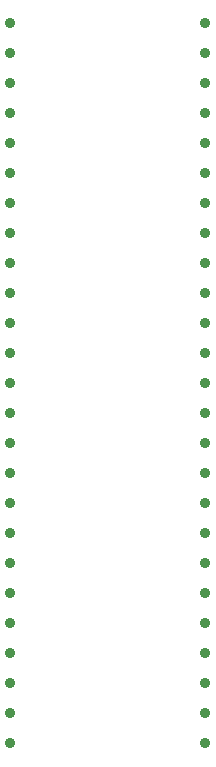
<source format=gbr>
G04 DesignSpark PCB Gerber Version 10.0 Build 5299*
%FSLAX35Y35*%
%MOIN*%
%ADD120C,0.03500*%
X0Y0D02*
D02*
D120*
X10250Y10250D03*
Y20250D03*
Y30250D03*
Y40250D03*
Y50250D03*
Y60250D03*
Y70250D03*
Y80250D03*
Y90250D03*
Y100250D03*
Y110250D03*
Y120250D03*
Y130250D03*
Y140250D03*
Y150250D03*
Y160250D03*
Y170250D03*
Y180250D03*
Y190250D03*
Y200250D03*
Y210250D03*
Y220250D03*
Y230250D03*
Y240250D03*
Y250250D03*
X75250Y10250D03*
Y20250D03*
Y30250D03*
Y40250D03*
Y50250D03*
Y60250D03*
Y70250D03*
Y80250D03*
Y90250D03*
Y100250D03*
Y110250D03*
Y120250D03*
Y130250D03*
Y140250D03*
Y150250D03*
Y160250D03*
Y170250D03*
Y180250D03*
Y190250D03*
Y200250D03*
Y210250D03*
Y220250D03*
Y230250D03*
Y240250D03*
Y250250D03*
X0Y0D02*
M02*

</source>
